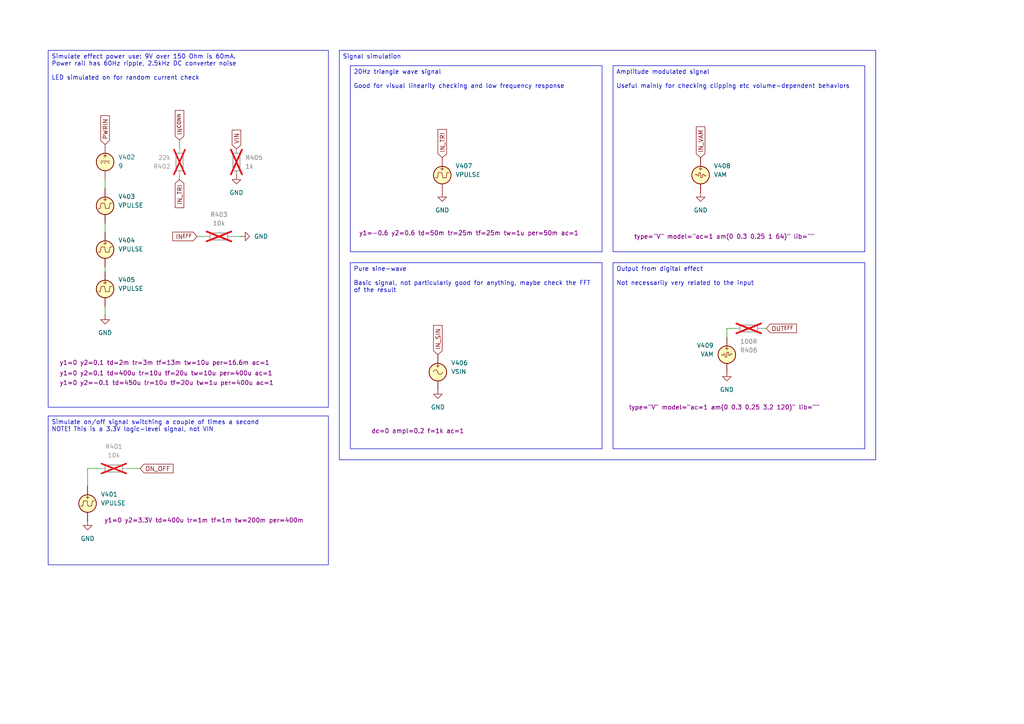
<source format=kicad_sch>
(kicad_sch (version 20250114) (generator "eeschema") (generator_version "9.0")
  (paper "A4")
  (title_block (title "Simulation infrastructure"))
  (lib_symbols
    (symbol "Device:R" (pin_numbers (hide yes)) (pin_names (offset 0))
      (property "Reference" "R" (at 2.032 0 90))
      (property "Value" "R" (at 0 0 90))
      (symbol "R_0_1"
        (rectangle (start -1.016 -2.54) (end 1.016 2.54) (stroke (width 0.254)))
      )
      (symbol "R_1_1"
        (pin passive line (at 0 3.81 270) (length 1.27) (name "~") (number "1"))
        (pin passive line (at 0 -3.81 90) (length 1.27) (name "~") (number "2"))
      )
    )
    (symbol "Simulation_SPICE:VAM" (pin_numbers (hide yes)) (pin_names (offset 0.0254))
      (property "Reference" "V" (at 2.54 2.54 0))
      (property "Value" "VAM" (at 2.54 0 0))
      (property "Sim.Params" "type=\"V\" model=\"am(1 0 1k 100k 1n)\" lib=\"\"" (at 2.54 -2.54 0))
      (symbol "VAM_0_0"
        (arc (start -0.508 0.508) (mid -0.254 0.7609) (end 0 0.508))
        (text "+" (at 0 1.905 0) (effects (font (size 1.27 1.27))))
      )
      (symbol "VAM_0_1"
        (arc (start -1.524 0) (mid -1.27 0.2529) (end -1.016 0))
        (arc (start -0.508 0) (mid -0.762 -0.2529) (end -1.016 0))
        (polyline (pts (xy -0.508 0.508) (xy -0.508 0)))
        (polyline (pts (xy 0 0.508) (xy 0 -0.508)))
        (circle (center 0 0) (radius 2.54) (stroke (width 0.254)) (fill (type background)))
        (arc (start 0.508 -0.508) (mid 0.254 -0.7609) (end 0 -0.508))
        (polyline (pts (xy 0.508 -0.508) (xy 0.508 0)))
        (arc (start 0.508 0) (mid 0.762 0.2529) (end 1.016 0))
        (arc (start 1.524 0) (mid 1.27 -0.2529) (end 1.016 0))
      )
      (symbol "VAM_1_1"
        (pin passive line (at 0 5.08 270) (length 2.54) (name "~") (number "1"))
        (pin passive line (at 0 -5.08 90) (length 2.54) (name "~") (number "2"))
      )
    )
    (symbol "Simulation_SPICE:VDC" (pin_numbers (hide yes)) (pin_names (offset 0.0254))
      (property "Reference" "V" (at 2.54 2.54 0))
      (property "Value" "1" (at 2.54 0 0))
      (symbol "VDC_0_0"
        (polyline (pts (xy -1.27 0.254) (xy 1.27 0.254)))
        (polyline (pts (xy -0.762 -0.254) (xy -1.27 -0.254)))
        (polyline (pts (xy 0.254 -0.254) (xy -0.254 -0.254)))
        (polyline (pts (xy 1.27 -0.254) (xy 0.762 -0.254)))
        (text "+" (at 0 1.905 0) (effects (font (size 1.27 1.27))))
      )
      (symbol "VDC_0_1"
        (circle (center 0 0) (radius 2.54) (stroke (width 0.254)) (fill (type background)))
      )
      (symbol "VDC_1_1"
        (pin passive line (at 0 5.08 270) (length 2.54) (name "~") (number "1"))
        (pin passive line (at 0 -5.08 90) (length 2.54) (name "~") (number "2"))
      )
    )
    (symbol "Simulation_SPICE:VPULSE" (pin_numbers (hide yes)) (pin_names (offset 0.0254))
      (property "Reference" "V" (at 2.54 2.54 0))
      (property "Value" "VPULSE" (at 2.54 0 0))
      (property "Sim.Params" "y1=0 y2=1 td=2n tr=2n tf=2n tw=50n per=100n" (at 2.54 -2.54 0))
      (symbol "VPULSE_0_0"
        (polyline (pts (xy -2.032 -0.762) (xy -1.397 -0.762) (xy -1.143 0.762) (xy -0.127 0.762) (xy 0.127 -0.762) (xy 1.143 -0.762) (xy 1.397 0.762) (xy 2.032 0.762)))
        (text "+" (at 0 1.905 0) (effects (font (size 1.27 1.27))))
      )
      (symbol "VPULSE_0_1"
        (circle (center 0 0) (radius 2.54) (stroke (width 0.254)) (fill (type background)))
      )
      (symbol "VPULSE_1_1"
        (pin passive line (at 0 5.08 270) (length 2.54) (name "~") (number "1"))
        (pin passive line (at 0 -5.08 90) (length 2.54) (name "~") (number "2"))
      )
    )
    (symbol "Simulation_SPICE:VSIN" (pin_numbers (hide yes)) (pin_names (offset 0.0254))
      (property "Reference" "V" (at 2.54 2.54 0))
      (property "Value" "VSIN" (at 2.54 0 0))
      (property "Sim.Params" "dc=0 ampl=1 f=1k ac=1" (at 2.54 -2.54 0))
      (symbol "VSIN_0_0"
        (arc (start -1.27 0) (mid -0.635 0.6323) (end 0 0))
        (arc (start 1.27 0) (mid 0.635 -0.6323) (end 0 0))
        (text "+" (at 0 1.905 0) (effects (font (size 1.27 1.27))))
      )
      (symbol "VSIN_0_1"
        (circle (center 0 0) (radius 2.54) (stroke (width 0.254)) (fill (type background)))
      )
      (symbol "VSIN_1_1"
        (pin passive line (at 0 5.08 270) (length 2.54) (name "~") (number "1"))
        (pin passive line (at 0 -5.08 90) (length 2.54) (name "~") (number "2"))
      )
    )
    (symbol "power:GND" (power) (pin_numbers (hide yes)) (pin_names (offset 0) (hide yes))
      (property "Value" "GND" (at 0 -3.81 0))
      (symbol "GND_0_1"
        (polyline (pts (xy 0 0) (xy 0 -1.27) (xy 1.27 -1.27) (xy 0 -2.54) (xy -1.27 -1.27) (xy 0 -1.27)))
      )
      (symbol "GND_1_1"
        (pin power_in line (at 0 0 270) (length 0) (name "~") (number "1"))
      )
    )
  )
  (text_box "Simulate on/off signal switching a couple of times a second\nNOTE! This is a 3.3V logic-level signal, not VIN" (at 13.97 120.65 0) (size 81.28 43.18) (margins 0.9525 0.9525 0.9525 0.9525) (effects (font (size 1.27 1.27)) (justify left top)))
  (text_box "Pure sine-wave\n\nBasic signal, not particularly good for anything, maybe check the FFT of the result" (at 101.6 76.2 0) (size 73.025 53.975) (margins 0.9525 0.9525 0.9525 0.9525) (effects (font (size 1.27 1.27)) (justify left top)))
  (text_box "Output from digital effect\n\nNot necessarily very related to the input" (at 177.8 76.2 0) (size 73.025 53.975) (margins 0.9525 0.9525 0.9525 0.9525) (effects (font (size 1.27 1.27)) (justify left top)))
  (text_box "Amplitude modulated signal\n\nUseful mainly for checking clipping etc volume-dependent behaviors" (at 177.8 19.05 0) (size 73.025 53.975) (margins 0.9525 0.9525 0.9525 0.9525) (effects (font (size 1.27 1.27)) (justify left top)))
  (text_box "20Hz triangle wave signal\n\nGood for visual linearity checking and low frequency response" (at 101.6 19.05 0) (size 73.025 53.975) (margins 0.9525 0.9525 0.9525 0.9525) (effects (font (size 1.27 1.27)) (justify left top)))
  (text_box "Simulate effect power use: 9V over 150 Ohm is 60mA.\nPower rail has 60Hz ripple, 2.5kHz DC converter noise\n\nLED simulated on for random current check" (at 13.97 14.605 0) (size 81.28 103.505) (margins 0.9525 0.9525 0.9525 0.9525) (effects (font (size 1.27 1.27)) (justify left top)))
  (text_box "Signal simulation" (at 98.425 14.605 0) (size 155.575 118.745) (margins 0.9525 0.9525 0.9525 0.9525) (effects (font (size 1.27 1.27)) (justify left top)))
  (wire (pts (xy 57.15 68.58) (xy 59.69 68.58)))
  (wire (pts (xy 29.21 135.89) (xy 25.4 135.89)))
  (wire (pts (xy 30.48 64.77) (xy 30.48 67.31)))
  (wire (pts (xy 213.36 95.25) (xy 210.82 95.25)))
  (wire (pts (xy 222.25 95.25) (xy 220.98 95.25)))
  (wire (pts (xy 30.48 88.9) (xy 30.48 91.44)))
  (wire (pts (xy 67.31 68.58) (xy 69.85 68.58)))
  (wire (pts (xy 52.07 50.8) (xy 52.07 52.07)))
  (wire (pts (xy 30.48 52.07) (xy 30.48 54.61)))
  (wire (pts (xy 30.48 77.47) (xy 30.48 78.74)))
  (wire (pts (xy 40.64 135.89) (xy 36.83 135.89)))
  (wire (pts (xy 210.82 95.25) (xy 210.82 97.79)))
  (wire (pts (xy 52.07 40.64) (xy 52.07 43.18)))
  (wire (pts (xy 25.4 135.89) (xy 25.4 140.97)))
  (global_label "IN_TRI" (shape input) (at 52.07 52.07 270) (property "Intersheetrefs" "${INTERSHEET_REFS}" (effects (hide yes))))
  (global_label "VIN" (shape input) (at 68.58 43.18 90) (property "Intersheetrefs" "${INTERSHEET_REFS}" (effects (hide yes))))
  (global_label "ON_OFF" (shape input) (at 40.64 135.89 0) (property "Intersheetrefs" "${INTERSHEET_REFS}" (effects (hide yes))))
  (global_label "IN_SIN" (shape input) (at 127 102.87 90) (property "Intersheetrefs" "${INTERSHEET_REFS}" (effects (hide yes))))
  (global_label "IN^{CONN}" (shape input) (at 52.07 40.64 90) (property "Intersheetrefs" "${INTERSHEET_REFS}" (effects (hide yes))))
  (global_label "IN_TRI" (shape input) (at 128.27 45.72 90) (property "Intersheetrefs" "${INTERSHEET_REFS}" (effects (hide yes))))
  (global_label "OUT^{EFF}" (shape input) (at 222.25 95.25 0) (property "Intersheetrefs" "${INTERSHEET_REFS}" (effects (hide yes))))
  (global_label "PWRIN" (shape input) (at 30.48 41.91 90) (property "Intersheetrefs" "${INTERSHEET_REFS}" (effects (hide yes))))
  (global_label "IN^{EFF}" (shape input) (at 57.15 68.58 180) (property "Intersheetrefs" "${INTERSHEET_REFS}" (effects (hide yes))))
  (global_label "IN_VAM" (shape input) (at 203.2 45.72 90) (property "Intersheetrefs" "${INTERSHEET_REFS}" (effects (hide yes))))
  (symbol (lib_id "power:GND") (at 25.4 151.13 0) (unit 1)
    (property "Reference" "#PWR0401" (effects (hide yes)))
    (property "Value" "GND" (at 25.4 156.21 0))
    (property "Description" "Power symbol creates a global label with name \"GND\" , ground" (effects (hide yes)))
  )
  (symbol (lib_id "power:GND") (at 127 113.03 0) (unit 1)
    (property "Reference" "#PWR0405" (effects (hide yes)))
    (property "Value" "GND" (at 127 118.11 0))
    (property "Description" "Power symbol creates a global label with name \"GND\" , ground" (effects (hide yes)))
  )
  (symbol (lib_id "power:GND") (at 68.58 50.8 0) (unit 1)
    (property "Reference" "#PWR0403" (effects (hide yes)))
    (property "Value" "GND" (at 68.58 55.88 0))
    (property "Description" "Power symbol creates a global label with name \"GND\" , ground" (effects (hide yes)))
  )
  (symbol (lib_id "Device:R") (at 217.17 95.25 90) (mirror x) (unit 1) (in_bom no) (on_board no) (dnp yes)
    (property "Reference" "R406" (at 217.17 101.6 90))
    (property "Value" "100R" (at 217.17 99.06 90))
    (property "Description" "Resistor" (effects (hide yes)))
  )
  (symbol (lib_id "Simulation_SPICE:VSIN") (at 127 107.95 0) (unit 1) (in_bom no) (on_board no)
    (property "Reference" "V406" (at 130.81 105.2801 0) (effects (justify left)))
    (property "Value" "VSIN" (at 130.81 107.8201 0) (effects (justify left)))
    (property "Datasheet" "https://ngspice.sourceforge.io/docs/ngspice-html-manual/manual.xhtml#sec_Independent_Sources_for" (effects (hide yes)))
    (property "Description" "Voltage source, sinusoidal" (effects (hide yes)))
    (property "Sim.Pins" "1=+ 2=-" (effects (hide yes)))
    (property "Sim.Params" "dc=0 ampl=0.2 f=1k ac=1" (at 107.696 124.968 0) (effects (justify left)))
    (property "Sim.Type" "SIN" (effects (hide yes)))
    (property "Sim.Device" "V" (effects (hide yes)))
  )
  (symbol (lib_id "Simulation_SPICE:VAM") (at 203.2 50.8 0) (unit 1) (in_bom no) (on_board no)
    (property "Reference" "V408" (at 207.01 48.1301 0) (effects (justify left)))
    (property "Value" "VAM" (at 207.01 50.6701 0) (effects (justify left)))
    (property "Datasheet" "https://ngspice.sourceforge.io/docs/ngspice-html-manual/manual.xhtml#sec_Independent_Sources_for" (effects (hide yes)))
    (property "Description" "Voltage source, AM" (effects (hide yes)))
    (property "Sim.Pins" "1=1 2=2" (effects (hide yes)))
    (property "Sim.Device" "SPICE" (effects (hide yes)))
    (property "Sim.Params" "type=\"V\" model=\"ac=1 am(0 0.3 0.25 1 64)\" lib=\"\"" (at 183.896 68.58 0) (effects (justify left)))
  )
  (symbol (lib_id "Simulation_SPICE:VPULSE") (at 30.48 59.69 0) (unit 1) (in_bom no) (on_board no)
    (property "Reference" "V403" (at 34.29 57.0201 0) (effects (justify left)))
    (property "Value" "VPULSE" (at 34.29 59.5601 0) (effects (justify left)))
    (property "Datasheet" "https://ngspice.sourceforge.io/docs/ngspice-html-manual/manual.xhtml#sec_Independent_Sources_for" (effects (hide yes)))
    (property "Description" "Voltage source, pulse" (effects (hide yes)))
    (property "Sim.Pins" "1=+ 2=-" (effects (hide yes)))
    (property "Sim.Type" "PULSE" (effects (hide yes)))
    (property "Sim.Device" "V" (effects (hide yes)))
    (property "Sim.Params" "y1=0 y2=0.1 td=2m tr=3m tf=13m tw=10u per=16.6m ac=1" (at 17.272 105.156 0) (effects (justify left)))
  )
  (symbol (lib_id "power:GND") (at 30.48 91.44 0) (unit 1)
    (property "Reference" "#PWR0402" (effects (hide yes)))
    (property "Value" "GND" (at 30.48 96.52 0))
    (property "Description" "Power symbol creates a global label with name \"GND\" , ground" (effects (hide yes)))
  )
  (symbol (lib_id "Simulation_SPICE:VAM") (at 210.82 102.87 0) (mirror y) (unit 1) (in_bom no) (on_board no)
    (property "Reference" "V409" (at 207.01 100.2001 0) (effects (justify left)))
    (property "Value" "VAM" (at 207.01 102.7401 0) (effects (justify left)))
    (property "Datasheet" "https://ngspice.sourceforge.io/docs/ngspice-html-manual/manual.xhtml#sec_Independent_Sources_for" (effects (hide yes)))
    (property "Description" "Voltage source, AM" (effects (hide yes)))
    (property "Sim.Pins" "1=1 2=2" (effects (hide yes)))
    (property "Sim.Device" "SPICE" (effects (hide yes)))
    (property "Sim.Params" "type=\"V\" model=\"ac=1 am(0 0.3 0.25 3.2 120)\" lib=\"\"" (at 237.744 118.11 0) (effects (justify left)))
  )
  (symbol (lib_id "Device:R") (at 33.02 135.89 90) (unit 1) (in_bom no) (on_board no) (dnp yes)
    (property "Reference" "R401" (at 33.02 129.54 90))
    (property "Value" "10k" (at 33.02 132.08 90))
    (property "Description" "Resistor" (effects (hide yes)))
  )
  (symbol (lib_id "Device:R") (at 52.07 46.99 0) (unit 1) (in_bom no) (on_board no) (dnp yes)
    (property "Reference" "R402" (at 49.53 48.2601 0) (effects (justify right)))
    (property "Value" "22k" (at 49.53 45.7201 0) (effects (justify right)))
    (property "Footprint" "Resistor_SMD:R_0805_2012Metric" (effects (hide yes)))
    (property "Description" "Resistor" (effects (hide yes)))
  )
  (symbol (lib_id "power:GND") (at 69.85 68.58 90) (unit 1)
    (property "Reference" "#PWR0404" (effects (hide yes)))
    (property "Value" "GND" (at 73.66 68.5799 90) (effects (justify right)))
    (property "Description" "Power symbol creates a global label with name \"GND\" , ground" (effects (hide yes)))
  )
  (symbol (lib_id "Simulation_SPICE:VPULSE") (at 128.27 50.8 0) (unit 1) (in_bom no) (on_board no)
    (property "Reference" "V407" (at 132.08 48.1301 0) (effects (justify left)))
    (property "Value" "VPULSE" (at 132.08 50.6701 0) (effects (justify left)))
    (property "Datasheet" "https://ngspice.sourceforge.io/docs/ngspice-html-manual/manual.xhtml#sec_Independent_Sources_for" (effects (hide yes)))
    (property "Description" "Voltage source, pulse" (effects (hide yes)))
    (property "Sim.Pins" "1=+ 2=-" (effects (hide yes)))
    (property "Sim.Type" "PULSE" (effects (hide yes)))
    (property "Sim.Device" "V" (effects (hide yes)))
    (property "Sim.Params" "y1=-0.6 y2=0.6 td=50m tr=25m tf=25m tw=1u per=50m ac=1" (at 104.14 67.564 0) (effects (justify left)))
  )
  (symbol (lib_id "power:GND") (at 210.82 107.95 0) (unit 1)
    (property "Reference" "#PWR0408" (effects (hide yes)))
    (property "Value" "GND" (at 210.82 113.03 0))
    (property "Description" "Power symbol creates a global label with name \"GND\" , ground" (effects (hide yes)))
  )
  (symbol (lib_id "Simulation_SPICE:VPULSE") (at 25.4 146.05 0) (unit 1) (in_bom no) (on_board no)
    (property "Reference" "V401" (at 29.21 143.3801 0) (effects (justify left)))
    (property "Value" "VPULSE" (at 29.21 145.9201 0) (effects (justify left)))
    (property "Datasheet" "https://ngspice.sourceforge.io/docs/ngspice-html-manual/manual.xhtml#sec_Independent_Sources_for" (effects (hide yes)))
    (property "Description" "Voltage source, pulse" (effects (hide yes)))
    (property "Sim.Pins" "1=+ 2=-" (effects (hide yes)))
    (property "Sim.Type" "PULSE" (effects (hide yes)))
    (property "Sim.Device" "V" (effects (hide yes)))
    (property "Sim.Params" "y1=0 y2=3.3V td=400u tr=1m tf=1m tw=200m per=400m" (at 30.226 150.876 0) (effects (justify left)))
  )
  (symbol (lib_id "power:GND") (at 128.27 55.88 0) (unit 1)
    (property "Reference" "#PWR0406" (effects (hide yes)))
    (property "Value" "GND" (at 128.27 60.96 0))
    (property "Description" "Power symbol creates a global label with name \"GND\" , ground" (effects (hide yes)))
  )
  (symbol (lib_id "Simulation_SPICE:VDC") (at 30.48 46.99 0) (unit 1) (in_bom no) (on_board no)
    (property "Reference" "V402" (at 34.29 45.5901 0) (effects (justify left)))
    (property "Value" "9" (at 34.29 48.1301 0) (effects (justify left)))
    (property "Datasheet" "https://ngspice.sourceforge.io/docs/ngspice-html-manual/manual.xhtml#sec_Independent_Sources_for" (effects (hide yes)))
    (property "Description" "Voltage source, DC" (effects (hide yes)))
    (property "Sim.Pins" "1=+ 2=-" (effects (hide yes)))
    (property "Sim.Type" "DC" (effects (hide yes)))
    (property "Sim.Device" "V" (effects (hide yes)))
  )
  (symbol (lib_id "Simulation_SPICE:VPULSE") (at 30.48 83.82 0) (unit 1) (in_bom no) (on_board no)
    (property "Reference" "V405" (at 34.29 81.1501 0) (effects (justify left)))
    (property "Value" "VPULSE" (at 34.29 83.6901 0) (effects (justify left)))
    (property "Datasheet" "https://ngspice.sourceforge.io/docs/ngspice-html-manual/manual.xhtml#sec_Independent_Sources_for" (effects (hide yes)))
    (property "Description" "Voltage source, pulse" (effects (hide yes)))
    (property "Sim.Pins" "1=+ 2=-" (effects (hide yes)))
    (property "Sim.Type" "PULSE" (effects (hide yes)))
    (property "Sim.Device" "V" (effects (hide yes)))
    (property "Sim.Params" "y1=0 y2=-0.1 td=450u tr=10u tf=20u tw=1u per=400u ac=1" (at 17.272 110.998 0) (effects (justify left)))
  )
  (symbol (lib_id "Simulation_SPICE:VPULSE") (at 30.48 72.39 0) (unit 1) (in_bom no) (on_board no)
    (property "Reference" "V404" (at 34.29 69.7201 0) (effects (justify left)))
    (property "Value" "VPULSE" (at 34.29 72.2601 0) (effects (justify left)))
    (property "Datasheet" "https://ngspice.sourceforge.io/docs/ngspice-html-manual/manual.xhtml#sec_Independent_Sources_for" (effects (hide yes)))
    (property "Description" "Voltage source, pulse" (effects (hide yes)))
    (property "Sim.Pins" "1=+ 2=-" (effects (hide yes)))
    (property "Sim.Type" "PULSE" (effects (hide yes)))
    (property "Sim.Device" "V" (effects (hide yes)))
    (property "Sim.Params" "y1=0 y2=0.1 td=400u tr=10u tf=20u tw=10u per=400u ac=1" (at 17.272 108.204 0) (effects (justify left)))
  )
  (symbol (lib_id "Device:R") (at 68.58 46.99 180) (unit 1) (in_bom no) (on_board no) (dnp yes)
    (property "Reference" "R405" (at 71.12 45.7199 0) (effects (justify right)))
    (property "Value" "1k" (at 71.12 48.2599 0) (effects (justify right)))
    (property "Description" "Resistor" (effects (hide yes)))
  )
  (symbol (lib_id "Device:R") (at 63.5 68.58 270) (unit 1) (in_bom no) (on_board no) (dnp yes)
    (property "Reference" "R403" (at 63.5 62.23 90))
    (property "Value" "10k" (at 63.5 64.77 90))
    (property "Description" "Resistor" (effects (hide yes)))
  )
  (symbol (lib_id "power:GND") (at 203.2 55.88 0) (unit 1)
    (property "Reference" "#PWR0407" (effects (hide yes)))
    (property "Value" "GND" (at 203.2 60.96 0))
    (property "Description" "Power symbol creates a global label with name \"GND\" , ground" (effects (hide yes)))
  )
)
</source>
